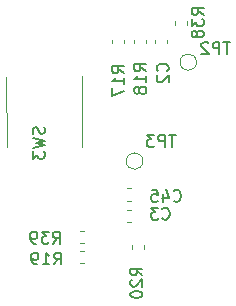
<source format=gbo>
G04 #@! TF.GenerationSoftware,KiCad,Pcbnew,(5.1.5)-3*
G04 #@! TF.CreationDate,2020-07-10T17:57:17-06:00*
G04 #@! TF.ProjectId,CounterProject,436f756e-7465-4725-9072-6f6a6563742e,rev?*
G04 #@! TF.SameCoordinates,Original*
G04 #@! TF.FileFunction,Legend,Bot*
G04 #@! TF.FilePolarity,Positive*
%FSLAX46Y46*%
G04 Gerber Fmt 4.6, Leading zero omitted, Abs format (unit mm)*
G04 Created by KiCad (PCBNEW (5.1.5)-3) date 2020-07-10 17:57:17*
%MOMM*%
%LPD*%
G04 APERTURE LIST*
%ADD10C,0.120000*%
%ADD11C,0.150000*%
G04 APERTURE END LIST*
D10*
X126123700Y-134444740D02*
X126103380Y-128444740D01*
X132473700Y-134412240D02*
X132473700Y-128412240D01*
X132704959Y-142516320D02*
X132379401Y-142516320D01*
X132704959Y-141496320D02*
X132379401Y-141496320D01*
X140409200Y-124038579D02*
X140409200Y-123713021D01*
X141429200Y-124038579D02*
X141429200Y-123713021D01*
X136311521Y-137920000D02*
X136637079Y-137920000D01*
X136311521Y-138940000D02*
X136637079Y-138940000D01*
X137661880Y-135605520D02*
G75*
G03X137661880Y-135605520I-700000J0D01*
G01*
X142203400Y-127228600D02*
G75*
G03X142203400Y-127228600I-700000J0D01*
G01*
X136700800Y-143035339D02*
X136700800Y-142709781D01*
X137720800Y-143035339D02*
X137720800Y-142709781D01*
X132374321Y-143228600D02*
X132699879Y-143228600D01*
X132374321Y-144248600D02*
X132699879Y-144248600D01*
X136878600Y-125638879D02*
X136878600Y-125313321D01*
X137898600Y-125638879D02*
X137898600Y-125313321D01*
X135062500Y-125638679D02*
X135062500Y-125313121D01*
X136082500Y-125638679D02*
X136082500Y-125313121D01*
X136637079Y-140743400D02*
X136311521Y-140743400D01*
X136637079Y-139723400D02*
X136311521Y-139723400D01*
X138707400Y-125638879D02*
X138707400Y-125313321D01*
X139727400Y-125638879D02*
X139727400Y-125313321D01*
D11*
X129299601Y-132717706D02*
X129347220Y-132860563D01*
X129347220Y-133098659D01*
X129299601Y-133193897D01*
X129251982Y-133241516D01*
X129156744Y-133289135D01*
X129061506Y-133289135D01*
X128966268Y-133241516D01*
X128918649Y-133193897D01*
X128871030Y-133098659D01*
X128823411Y-132908182D01*
X128775792Y-132812944D01*
X128728173Y-132765325D01*
X128632935Y-132717706D01*
X128537697Y-132717706D01*
X128442459Y-132765325D01*
X128394840Y-132812944D01*
X128347220Y-132908182D01*
X128347220Y-133146278D01*
X128394840Y-133289135D01*
X128347220Y-133622468D02*
X129347220Y-133860563D01*
X128632935Y-134051040D01*
X129347220Y-134241516D01*
X128347220Y-134479611D01*
X128347220Y-134765325D02*
X128347220Y-135384373D01*
X128728173Y-135051040D01*
X128728173Y-135193897D01*
X128775792Y-135289135D01*
X128823411Y-135336754D01*
X128918649Y-135384373D01*
X129156744Y-135384373D01*
X129251982Y-135336754D01*
X129299601Y-135289135D01*
X129347220Y-135193897D01*
X129347220Y-134908182D01*
X129299601Y-134812944D01*
X129251982Y-134765325D01*
X130040617Y-142580620D02*
X130373950Y-142104430D01*
X130612045Y-142580620D02*
X130612045Y-141580620D01*
X130231093Y-141580620D01*
X130135855Y-141628240D01*
X130088236Y-141675859D01*
X130040617Y-141771097D01*
X130040617Y-141913954D01*
X130088236Y-142009192D01*
X130135855Y-142056811D01*
X130231093Y-142104430D01*
X130612045Y-142104430D01*
X129707283Y-141580620D02*
X129088236Y-141580620D01*
X129421569Y-141961573D01*
X129278712Y-141961573D01*
X129183474Y-142009192D01*
X129135855Y-142056811D01*
X129088236Y-142152049D01*
X129088236Y-142390144D01*
X129135855Y-142485382D01*
X129183474Y-142533001D01*
X129278712Y-142580620D01*
X129564426Y-142580620D01*
X129659664Y-142533001D01*
X129707283Y-142485382D01*
X128612045Y-142580620D02*
X128421569Y-142580620D01*
X128326331Y-142533001D01*
X128278712Y-142485382D01*
X128183474Y-142342525D01*
X128135855Y-142152049D01*
X128135855Y-141771097D01*
X128183474Y-141675859D01*
X128231093Y-141628240D01*
X128326331Y-141580620D01*
X128516807Y-141580620D01*
X128612045Y-141628240D01*
X128659664Y-141675859D01*
X128707283Y-141771097D01*
X128707283Y-142009192D01*
X128659664Y-142104430D01*
X128612045Y-142152049D01*
X128516807Y-142199668D01*
X128326331Y-142199668D01*
X128231093Y-142152049D01*
X128183474Y-142104430D01*
X128135855Y-142009192D01*
X142801580Y-123232942D02*
X142325390Y-122899609D01*
X142801580Y-122661514D02*
X141801580Y-122661514D01*
X141801580Y-123042466D01*
X141849200Y-123137704D01*
X141896819Y-123185323D01*
X141992057Y-123232942D01*
X142134914Y-123232942D01*
X142230152Y-123185323D01*
X142277771Y-123137704D01*
X142325390Y-123042466D01*
X142325390Y-122661514D01*
X141801580Y-123566276D02*
X141801580Y-124185323D01*
X142182533Y-123851990D01*
X142182533Y-123994847D01*
X142230152Y-124090085D01*
X142277771Y-124137704D01*
X142373009Y-124185323D01*
X142611104Y-124185323D01*
X142706342Y-124137704D01*
X142753961Y-124090085D01*
X142801580Y-123994847D01*
X142801580Y-123709133D01*
X142753961Y-123613895D01*
X142706342Y-123566276D01*
X142230152Y-124756752D02*
X142182533Y-124661514D01*
X142134914Y-124613895D01*
X142039676Y-124566276D01*
X141992057Y-124566276D01*
X141896819Y-124613895D01*
X141849200Y-124661514D01*
X141801580Y-124756752D01*
X141801580Y-124947228D01*
X141849200Y-125042466D01*
X141896819Y-125090085D01*
X141992057Y-125137704D01*
X142039676Y-125137704D01*
X142134914Y-125090085D01*
X142182533Y-125042466D01*
X142230152Y-124947228D01*
X142230152Y-124756752D01*
X142277771Y-124661514D01*
X142325390Y-124613895D01*
X142420628Y-124566276D01*
X142611104Y-124566276D01*
X142706342Y-124613895D01*
X142753961Y-124661514D01*
X142801580Y-124756752D01*
X142801580Y-124947228D01*
X142753961Y-125042466D01*
X142706342Y-125090085D01*
X142611104Y-125137704D01*
X142420628Y-125137704D01*
X142325390Y-125090085D01*
X142277771Y-125042466D01*
X142230152Y-124947228D01*
X140261777Y-138944622D02*
X140309396Y-138992241D01*
X140452253Y-139039860D01*
X140547491Y-139039860D01*
X140690348Y-138992241D01*
X140785586Y-138897003D01*
X140833205Y-138801765D01*
X140880824Y-138611289D01*
X140880824Y-138468432D01*
X140833205Y-138277956D01*
X140785586Y-138182718D01*
X140690348Y-138087480D01*
X140547491Y-138039860D01*
X140452253Y-138039860D01*
X140309396Y-138087480D01*
X140261777Y-138135099D01*
X139404634Y-138373194D02*
X139404634Y-139039860D01*
X139642729Y-137992241D02*
X139880824Y-138706527D01*
X139261777Y-138706527D01*
X138404634Y-138039860D02*
X138880824Y-138039860D01*
X138928443Y-138516051D01*
X138880824Y-138468432D01*
X138785586Y-138420813D01*
X138547491Y-138420813D01*
X138452253Y-138468432D01*
X138404634Y-138516051D01*
X138357015Y-138611289D01*
X138357015Y-138849384D01*
X138404634Y-138944622D01*
X138452253Y-138992241D01*
X138547491Y-139039860D01*
X138785586Y-139039860D01*
X138880824Y-138992241D01*
X138928443Y-138944622D01*
X140433584Y-133386580D02*
X139862156Y-133386580D01*
X140147870Y-134386580D02*
X140147870Y-133386580D01*
X139528822Y-134386580D02*
X139528822Y-133386580D01*
X139147870Y-133386580D01*
X139052632Y-133434200D01*
X139005013Y-133481819D01*
X138957394Y-133577057D01*
X138957394Y-133719914D01*
X139005013Y-133815152D01*
X139052632Y-133862771D01*
X139147870Y-133910390D01*
X139528822Y-133910390D01*
X138624060Y-133386580D02*
X138005013Y-133386580D01*
X138338346Y-133767533D01*
X138195489Y-133767533D01*
X138100251Y-133815152D01*
X138052632Y-133862771D01*
X138005013Y-133958009D01*
X138005013Y-134196104D01*
X138052632Y-134291342D01*
X138100251Y-134338961D01*
X138195489Y-134386580D01*
X138481203Y-134386580D01*
X138576441Y-134338961D01*
X138624060Y-134291342D01*
X145051304Y-125537980D02*
X144479876Y-125537980D01*
X144765590Y-126537980D02*
X144765590Y-125537980D01*
X144146542Y-126537980D02*
X144146542Y-125537980D01*
X143765590Y-125537980D01*
X143670352Y-125585600D01*
X143622733Y-125633219D01*
X143575114Y-125728457D01*
X143575114Y-125871314D01*
X143622733Y-125966552D01*
X143670352Y-126014171D01*
X143765590Y-126061790D01*
X144146542Y-126061790D01*
X143194161Y-125633219D02*
X143146542Y-125585600D01*
X143051304Y-125537980D01*
X142813209Y-125537980D01*
X142717971Y-125585600D01*
X142670352Y-125633219D01*
X142622733Y-125728457D01*
X142622733Y-125823695D01*
X142670352Y-125966552D01*
X143241780Y-126537980D01*
X142622733Y-126537980D01*
X137612380Y-145275062D02*
X137136190Y-144941729D01*
X137612380Y-144703634D02*
X136612380Y-144703634D01*
X136612380Y-145084586D01*
X136660000Y-145179824D01*
X136707619Y-145227443D01*
X136802857Y-145275062D01*
X136945714Y-145275062D01*
X137040952Y-145227443D01*
X137088571Y-145179824D01*
X137136190Y-145084586D01*
X137136190Y-144703634D01*
X136707619Y-145656015D02*
X136660000Y-145703634D01*
X136612380Y-145798872D01*
X136612380Y-146036967D01*
X136660000Y-146132205D01*
X136707619Y-146179824D01*
X136802857Y-146227443D01*
X136898095Y-146227443D01*
X137040952Y-146179824D01*
X137612380Y-145608396D01*
X137612380Y-146227443D01*
X136612380Y-146846491D02*
X136612380Y-146941729D01*
X136660000Y-147036967D01*
X136707619Y-147084586D01*
X136802857Y-147132205D01*
X136993333Y-147179824D01*
X137231428Y-147179824D01*
X137421904Y-147132205D01*
X137517142Y-147084586D01*
X137564761Y-147036967D01*
X137612380Y-146941729D01*
X137612380Y-146846491D01*
X137564761Y-146751253D01*
X137517142Y-146703634D01*
X137421904Y-146656015D01*
X137231428Y-146608396D01*
X136993333Y-146608396D01*
X136802857Y-146656015D01*
X136707619Y-146703634D01*
X136660000Y-146751253D01*
X136612380Y-146846491D01*
X130137037Y-144348460D02*
X130470370Y-143872270D01*
X130708465Y-144348460D02*
X130708465Y-143348460D01*
X130327513Y-143348460D01*
X130232275Y-143396080D01*
X130184656Y-143443699D01*
X130137037Y-143538937D01*
X130137037Y-143681794D01*
X130184656Y-143777032D01*
X130232275Y-143824651D01*
X130327513Y-143872270D01*
X130708465Y-143872270D01*
X129184656Y-144348460D02*
X129756084Y-144348460D01*
X129470370Y-144348460D02*
X129470370Y-143348460D01*
X129565608Y-143491318D01*
X129660846Y-143586556D01*
X129756084Y-143634175D01*
X128708465Y-144348460D02*
X128517989Y-144348460D01*
X128422751Y-144300841D01*
X128375132Y-144253222D01*
X128279894Y-144110365D01*
X128232275Y-143919889D01*
X128232275Y-143538937D01*
X128279894Y-143443699D01*
X128327513Y-143396080D01*
X128422751Y-143348460D01*
X128613227Y-143348460D01*
X128708465Y-143396080D01*
X128756084Y-143443699D01*
X128803703Y-143538937D01*
X128803703Y-143777032D01*
X128756084Y-143872270D01*
X128708465Y-143919889D01*
X128613227Y-143967508D01*
X128422751Y-143967508D01*
X128327513Y-143919889D01*
X128279894Y-143872270D01*
X128232275Y-143777032D01*
X137934960Y-127988022D02*
X137458770Y-127654689D01*
X137934960Y-127416594D02*
X136934960Y-127416594D01*
X136934960Y-127797546D01*
X136982580Y-127892784D01*
X137030199Y-127940403D01*
X137125437Y-127988022D01*
X137268294Y-127988022D01*
X137363532Y-127940403D01*
X137411151Y-127892784D01*
X137458770Y-127797546D01*
X137458770Y-127416594D01*
X137934960Y-128940403D02*
X137934960Y-128368975D01*
X137934960Y-128654689D02*
X136934960Y-128654689D01*
X137077818Y-128559451D01*
X137173056Y-128464213D01*
X137220675Y-128368975D01*
X137363532Y-129511832D02*
X137315913Y-129416594D01*
X137268294Y-129368975D01*
X137173056Y-129321356D01*
X137125437Y-129321356D01*
X137030199Y-129368975D01*
X136982580Y-129416594D01*
X136934960Y-129511832D01*
X136934960Y-129702308D01*
X136982580Y-129797546D01*
X137030199Y-129845165D01*
X137125437Y-129892784D01*
X137173056Y-129892784D01*
X137268294Y-129845165D01*
X137315913Y-129797546D01*
X137363532Y-129702308D01*
X137363532Y-129511832D01*
X137411151Y-129416594D01*
X137458770Y-129368975D01*
X137554008Y-129321356D01*
X137744484Y-129321356D01*
X137839722Y-129368975D01*
X137887341Y-129416594D01*
X137934960Y-129511832D01*
X137934960Y-129702308D01*
X137887341Y-129797546D01*
X137839722Y-129845165D01*
X137744484Y-129892784D01*
X137554008Y-129892784D01*
X137458770Y-129845165D01*
X137411151Y-129797546D01*
X137363532Y-129702308D01*
X136062980Y-128155462D02*
X135586790Y-127822129D01*
X136062980Y-127584034D02*
X135062980Y-127584034D01*
X135062980Y-127964986D01*
X135110600Y-128060224D01*
X135158219Y-128107843D01*
X135253457Y-128155462D01*
X135396314Y-128155462D01*
X135491552Y-128107843D01*
X135539171Y-128060224D01*
X135586790Y-127964986D01*
X135586790Y-127584034D01*
X136062980Y-129107843D02*
X136062980Y-128536415D01*
X136062980Y-128822129D02*
X135062980Y-128822129D01*
X135205838Y-128726891D01*
X135301076Y-128631653D01*
X135348695Y-128536415D01*
X135062980Y-129441177D02*
X135062980Y-130107843D01*
X136062980Y-129679272D01*
X139307866Y-140455922D02*
X139355485Y-140503541D01*
X139498342Y-140551160D01*
X139593580Y-140551160D01*
X139736438Y-140503541D01*
X139831676Y-140408303D01*
X139879295Y-140313065D01*
X139926914Y-140122589D01*
X139926914Y-139979732D01*
X139879295Y-139789256D01*
X139831676Y-139694018D01*
X139736438Y-139598780D01*
X139593580Y-139551160D01*
X139498342Y-139551160D01*
X139355485Y-139598780D01*
X139307866Y-139646399D01*
X138974533Y-139551160D02*
X138355485Y-139551160D01*
X138688819Y-139932113D01*
X138545961Y-139932113D01*
X138450723Y-139979732D01*
X138403104Y-140027351D01*
X138355485Y-140122589D01*
X138355485Y-140360684D01*
X138403104Y-140455922D01*
X138450723Y-140503541D01*
X138545961Y-140551160D01*
X138831676Y-140551160D01*
X138926914Y-140503541D01*
X138974533Y-140455922D01*
X139742182Y-127971353D02*
X139789801Y-127923734D01*
X139837420Y-127780877D01*
X139837420Y-127685639D01*
X139789801Y-127542781D01*
X139694563Y-127447543D01*
X139599325Y-127399924D01*
X139408849Y-127352305D01*
X139265992Y-127352305D01*
X139075516Y-127399924D01*
X138980278Y-127447543D01*
X138885040Y-127542781D01*
X138837420Y-127685639D01*
X138837420Y-127780877D01*
X138885040Y-127923734D01*
X138932659Y-127971353D01*
X138932659Y-128352305D02*
X138885040Y-128399924D01*
X138837420Y-128495162D01*
X138837420Y-128733258D01*
X138885040Y-128828496D01*
X138932659Y-128876115D01*
X139027897Y-128923734D01*
X139123135Y-128923734D01*
X139265992Y-128876115D01*
X139837420Y-128304686D01*
X139837420Y-128923734D01*
M02*

</source>
